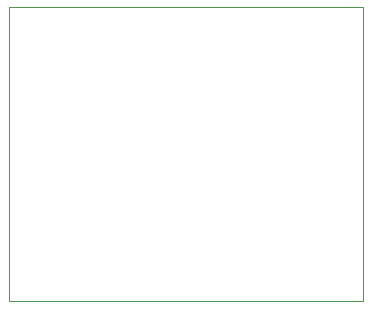
<source format=gbr>
G04 #@! TF.GenerationSoftware,KiCad,Pcbnew,(5.0.2-5)-5*
G04 #@! TF.CreationDate,2019-03-18T15:48:26+01:00*
G04 #@! TF.ProjectId,coffee-notification-button,636f6666-6565-42d6-9e6f-746966696361,00001*
G04 #@! TF.SameCoordinates,Original*
G04 #@! TF.FileFunction,Profile,NP*
%FSLAX46Y46*%
G04 Gerber Fmt 4.6, Leading zero omitted, Abs format (unit mm)*
G04 Created by KiCad (PCBNEW (5.0.2-5)-5) date 2019 March 18, Monday 15:48:26*
%MOMM*%
%LPD*%
G01*
G04 APERTURE LIST*
%ADD10C,0.025400*%
G04 APERTURE END LIST*
D10*
X104140000Y-110236000D02*
X104140000Y-85344000D01*
X134112000Y-110236000D02*
X104140000Y-110236000D01*
X134112000Y-85344000D02*
X134112000Y-110236000D01*
X104140000Y-85344000D02*
X134112000Y-85344000D01*
M02*

</source>
